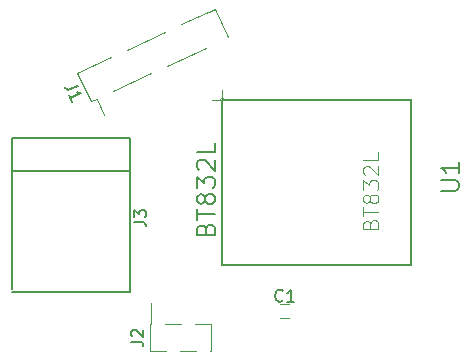
<source format=gto>
G04 #@! TF.GenerationSoftware,KiCad,Pcbnew,5.0.2-bee76a0~70~ubuntu18.04.1*
G04 #@! TF.CreationDate,2018-12-20T12:23:35+01:00*
G04 #@! TF.ProjectId,temp_hum,74656d70-5f68-4756-9d2e-6b696361645f,rev?*
G04 #@! TF.SameCoordinates,Original*
G04 #@! TF.FileFunction,Legend,Top*
G04 #@! TF.FilePolarity,Positive*
%FSLAX46Y46*%
G04 Gerber Fmt 4.6, Leading zero omitted, Abs format (unit mm)*
G04 Created by KiCad (PCBNEW 5.0.2-bee76a0~70~ubuntu18.04.1) date tor 20 dec 2018 12:23:35*
%MOMM*%
%LPD*%
G01*
G04 APERTURE LIST*
%ADD10C,0.100000*%
%ADD11C,0.127000*%
%ADD12C,0.120000*%
%ADD13C,0.150000*%
%ADD14C,0.101600*%
G04 APERTURE END LIST*
D10*
G04 #@! TO.C,U1*
X139849860Y-47244000D02*
G75*
G03X139550140Y-47244000I-149860J0D01*
G01*
X139550140Y-47244000D02*
G75*
G03X139849860Y-47244000I149860J0D01*
G01*
D11*
X139700000Y-61241940D02*
X139700000Y-47244000D01*
X155699460Y-61241940D02*
X139700000Y-61241940D01*
X155699460Y-47244000D02*
X155699460Y-61241940D01*
X152400000Y-47244000D02*
X155699460Y-47244000D01*
X139700000Y-47244000D02*
X152400000Y-47244000D01*
D10*
X139700000Y-47244000D02*
X139700000Y-47244000D01*
X139849860Y-47244000D02*
X139700000Y-47244000D01*
X139954000Y-47244000D02*
X139849860Y-47244000D01*
X139700000Y-61239400D02*
X139700000Y-47241460D01*
X155699460Y-61244480D02*
X155699460Y-61241940D01*
X149341840Y-47238920D02*
X155696920Y-47238920D01*
X155696920Y-61239400D02*
X149423120Y-61239400D01*
X140289280Y-61244480D02*
X139707620Y-61244480D01*
X139702540Y-47238920D02*
X140220700Y-47238920D01*
X139550140Y-47244000D02*
X139700000Y-47244000D01*
X138788140Y-47244000D02*
X139550140Y-47244000D01*
X139700000Y-59842400D02*
X139700000Y-47244000D01*
X139700000Y-59842400D02*
X139700000Y-59842400D01*
X139700000Y-47244000D02*
X139700000Y-59842400D01*
X139700000Y-46446440D02*
X139700000Y-47244000D01*
D12*
G04 #@! TO.C,C1*
X145323000Y-65751000D02*
X144623000Y-65751000D01*
X144623000Y-64551000D02*
X145323000Y-64551000D01*
G04 #@! TO.C,J1*
X135056076Y-44370827D02*
X138282532Y-42866306D01*
X130452033Y-46517728D02*
X133678488Y-45013207D01*
X136233933Y-40886598D02*
X139052551Y-39572256D01*
X131629890Y-43033499D02*
X134856346Y-41528978D01*
X138535955Y-39813148D02*
X139052551Y-39572256D01*
X128557849Y-47401000D02*
X129074445Y-47160108D01*
X129074445Y-47160108D02*
X129716825Y-48537696D01*
X127433685Y-44990222D02*
X130252302Y-43675879D01*
X140176715Y-41983034D02*
X139052551Y-39572256D01*
X128557849Y-47401000D02*
X127433685Y-44990222D01*
G04 #@! TO.C,J2*
X136094000Y-68508900D02*
X137464000Y-68508900D01*
X138634000Y-68508900D02*
X138744000Y-68508900D01*
X133544000Y-66288900D02*
X133654000Y-66288900D01*
X133654000Y-66288900D02*
X133654000Y-64458900D01*
X133554000Y-68508900D02*
X134924000Y-68508900D01*
X137364000Y-66288900D02*
X138734000Y-66288900D01*
X134824000Y-66288900D02*
X136194000Y-66288900D01*
X138744000Y-68508900D02*
X138744000Y-66288900D01*
X133544000Y-68508900D02*
X133544000Y-66288900D01*
D13*
G04 #@! TO.C,J3*
X131902200Y-50533300D02*
X131902200Y-63533300D01*
X121902200Y-50533300D02*
X121902200Y-63279300D01*
X131902200Y-50533300D02*
X121902200Y-50533300D01*
X131902200Y-63533300D02*
X121902200Y-63533300D01*
X121902200Y-53327300D02*
X131902200Y-53327300D01*
G04 #@! TO.C,U1*
X158202449Y-54963421D02*
X159436163Y-54963421D01*
X159581306Y-54890850D01*
X159653878Y-54818279D01*
X159726449Y-54673136D01*
X159726449Y-54382850D01*
X159653878Y-54237707D01*
X159581306Y-54165136D01*
X159436163Y-54092564D01*
X158202449Y-54092564D01*
X159726449Y-52568564D02*
X159726449Y-53439421D01*
X159726449Y-53003993D02*
X158202449Y-53003993D01*
X158420163Y-53149136D01*
X158565306Y-53294279D01*
X158637878Y-53439421D01*
X138291142Y-58209714D02*
X138363714Y-57992000D01*
X138436285Y-57919428D01*
X138581428Y-57846857D01*
X138799142Y-57846857D01*
X138944285Y-57919428D01*
X139016857Y-57992000D01*
X139089428Y-58137142D01*
X139089428Y-58717714D01*
X137565428Y-58717714D01*
X137565428Y-58209714D01*
X137638000Y-58064571D01*
X137710571Y-57992000D01*
X137855714Y-57919428D01*
X138000857Y-57919428D01*
X138146000Y-57992000D01*
X138218571Y-58064571D01*
X138291142Y-58209714D01*
X138291142Y-58717714D01*
X137565428Y-57411428D02*
X137565428Y-56540571D01*
X139089428Y-56976000D02*
X137565428Y-56976000D01*
X138218571Y-55814857D02*
X138146000Y-55960000D01*
X138073428Y-56032571D01*
X137928285Y-56105142D01*
X137855714Y-56105142D01*
X137710571Y-56032571D01*
X137638000Y-55960000D01*
X137565428Y-55814857D01*
X137565428Y-55524571D01*
X137638000Y-55379428D01*
X137710571Y-55306857D01*
X137855714Y-55234285D01*
X137928285Y-55234285D01*
X138073428Y-55306857D01*
X138146000Y-55379428D01*
X138218571Y-55524571D01*
X138218571Y-55814857D01*
X138291142Y-55960000D01*
X138363714Y-56032571D01*
X138508857Y-56105142D01*
X138799142Y-56105142D01*
X138944285Y-56032571D01*
X139016857Y-55960000D01*
X139089428Y-55814857D01*
X139089428Y-55524571D01*
X139016857Y-55379428D01*
X138944285Y-55306857D01*
X138799142Y-55234285D01*
X138508857Y-55234285D01*
X138363714Y-55306857D01*
X138291142Y-55379428D01*
X138218571Y-55524571D01*
X137565428Y-54726285D02*
X137565428Y-53782857D01*
X138146000Y-54290857D01*
X138146000Y-54073142D01*
X138218571Y-53928000D01*
X138291142Y-53855428D01*
X138436285Y-53782857D01*
X138799142Y-53782857D01*
X138944285Y-53855428D01*
X139016857Y-53928000D01*
X139089428Y-54073142D01*
X139089428Y-54508571D01*
X139016857Y-54653714D01*
X138944285Y-54726285D01*
X137710571Y-53202285D02*
X137638000Y-53129714D01*
X137565428Y-52984571D01*
X137565428Y-52621714D01*
X137638000Y-52476571D01*
X137710571Y-52404000D01*
X137855714Y-52331428D01*
X138000857Y-52331428D01*
X138218571Y-52404000D01*
X139089428Y-53274857D01*
X139089428Y-52331428D01*
X139089428Y-50952571D02*
X139089428Y-51678285D01*
X137565428Y-51678285D01*
D14*
X152243245Y-57773388D02*
X152303721Y-57591960D01*
X152364198Y-57531483D01*
X152485150Y-57471007D01*
X152666579Y-57471007D01*
X152787531Y-57531483D01*
X152848007Y-57591960D01*
X152908483Y-57712912D01*
X152908483Y-58196721D01*
X151638483Y-58196721D01*
X151638483Y-57773388D01*
X151698960Y-57652436D01*
X151759436Y-57591960D01*
X151880388Y-57531483D01*
X152001340Y-57531483D01*
X152122293Y-57591960D01*
X152182769Y-57652436D01*
X152243245Y-57773388D01*
X152243245Y-58196721D01*
X151638483Y-57108150D02*
X151638483Y-56382436D01*
X152908483Y-56745293D02*
X151638483Y-56745293D01*
X152182769Y-55777674D02*
X152122293Y-55898626D01*
X152061817Y-55959102D01*
X151940864Y-56019579D01*
X151880388Y-56019579D01*
X151759436Y-55959102D01*
X151698960Y-55898626D01*
X151638483Y-55777674D01*
X151638483Y-55535769D01*
X151698960Y-55414817D01*
X151759436Y-55354340D01*
X151880388Y-55293864D01*
X151940864Y-55293864D01*
X152061817Y-55354340D01*
X152122293Y-55414817D01*
X152182769Y-55535769D01*
X152182769Y-55777674D01*
X152243245Y-55898626D01*
X152303721Y-55959102D01*
X152424674Y-56019579D01*
X152666579Y-56019579D01*
X152787531Y-55959102D01*
X152848007Y-55898626D01*
X152908483Y-55777674D01*
X152908483Y-55535769D01*
X152848007Y-55414817D01*
X152787531Y-55354340D01*
X152666579Y-55293864D01*
X152424674Y-55293864D01*
X152303721Y-55354340D01*
X152243245Y-55414817D01*
X152182769Y-55535769D01*
X151638483Y-54870531D02*
X151638483Y-54084340D01*
X152122293Y-54507674D01*
X152122293Y-54326245D01*
X152182769Y-54205293D01*
X152243245Y-54144817D01*
X152364198Y-54084340D01*
X152666579Y-54084340D01*
X152787531Y-54144817D01*
X152848007Y-54205293D01*
X152908483Y-54326245D01*
X152908483Y-54689102D01*
X152848007Y-54810055D01*
X152787531Y-54870531D01*
X151759436Y-53600531D02*
X151698960Y-53540055D01*
X151638483Y-53419102D01*
X151638483Y-53116721D01*
X151698960Y-52995769D01*
X151759436Y-52935293D01*
X151880388Y-52874817D01*
X152001340Y-52874817D01*
X152182769Y-52935293D01*
X152908483Y-53661007D01*
X152908483Y-52874817D01*
X152908483Y-51725769D02*
X152908483Y-52330531D01*
X151638483Y-52330531D01*
G04 #@! TO.C,C1*
D13*
X144806333Y-64258142D02*
X144758714Y-64305761D01*
X144615857Y-64353380D01*
X144520619Y-64353380D01*
X144377761Y-64305761D01*
X144282523Y-64210523D01*
X144234904Y-64115285D01*
X144187285Y-63924809D01*
X144187285Y-63781952D01*
X144234904Y-63591476D01*
X144282523Y-63496238D01*
X144377761Y-63401000D01*
X144520619Y-63353380D01*
X144615857Y-63353380D01*
X144758714Y-63401000D01*
X144806333Y-63448619D01*
X145758714Y-64353380D02*
X145187285Y-64353380D01*
X145473000Y-64353380D02*
X145473000Y-63353380D01*
X145377761Y-63496238D01*
X145282523Y-63591476D01*
X145187285Y-63639095D01*
G04 #@! TO.C,J1*
X127444897Y-46084692D02*
X126797534Y-46386562D01*
X126647937Y-46403779D01*
X126521373Y-46357713D01*
X126417841Y-46248365D01*
X126377592Y-46162050D01*
X126961208Y-47413618D02*
X126719711Y-46895728D01*
X126840460Y-47154673D02*
X127746767Y-46732055D01*
X127577045Y-46706114D01*
X127450481Y-46660048D01*
X127367074Y-46593858D01*
G04 #@! TO.C,J2*
X131996380Y-67732233D02*
X132710666Y-67732233D01*
X132853523Y-67779852D01*
X132948761Y-67875090D01*
X132996380Y-68017947D01*
X132996380Y-68113185D01*
X132091619Y-67303661D02*
X132044000Y-67256042D01*
X131996380Y-67160804D01*
X131996380Y-66922709D01*
X132044000Y-66827471D01*
X132091619Y-66779852D01*
X132186857Y-66732233D01*
X132282095Y-66732233D01*
X132424952Y-66779852D01*
X132996380Y-67351280D01*
X132996380Y-66732233D01*
G04 #@! TO.C,J3*
X132243580Y-57597633D02*
X132957866Y-57597633D01*
X133100723Y-57645252D01*
X133195961Y-57740490D01*
X133243580Y-57883347D01*
X133243580Y-57978585D01*
X132243580Y-57216680D02*
X132243580Y-56597633D01*
X132624533Y-56930966D01*
X132624533Y-56788109D01*
X132672152Y-56692871D01*
X132719771Y-56645252D01*
X132815009Y-56597633D01*
X133053104Y-56597633D01*
X133148342Y-56645252D01*
X133195961Y-56692871D01*
X133243580Y-56788109D01*
X133243580Y-57073823D01*
X133195961Y-57169061D01*
X133148342Y-57216680D01*
G04 #@! TD*
M02*

</source>
